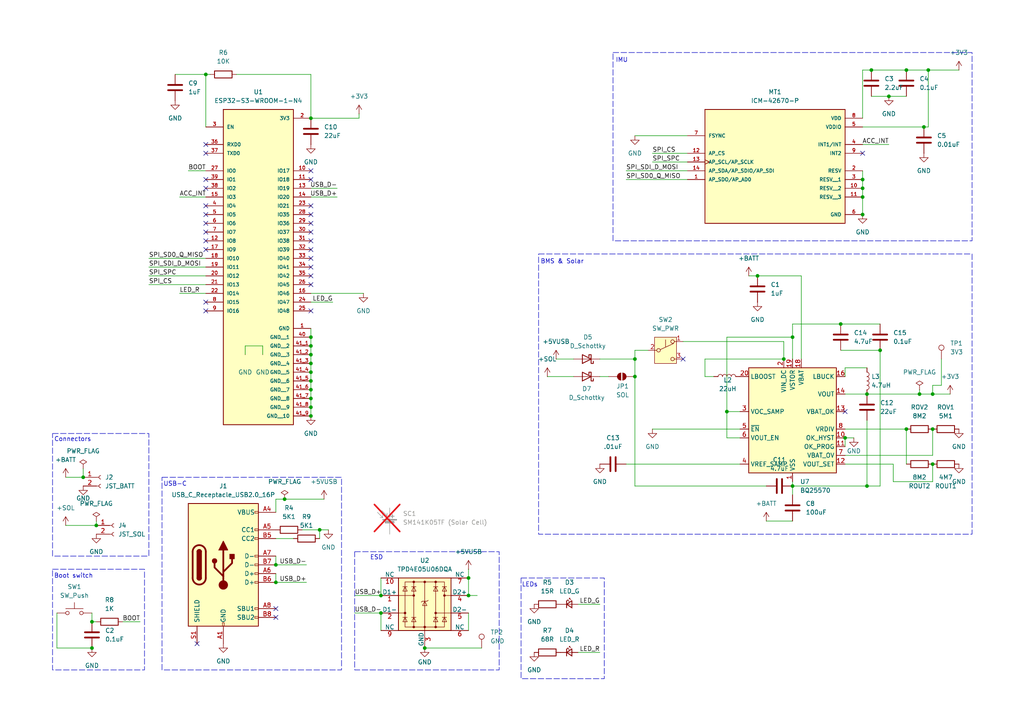
<source format=kicad_sch>
(kicad_sch (version 20231120) (generator "eeschema") (generator_version "8.0")
  (paper "A4")
  (lib_symbols
    (symbol "Battery_Management:BQ25570"
      (property "Reference" "U" (at -12.7 16.51 0))
      (property "Value" "BQ25570" (at 10.16 16.51 0))
      (symbol "BQ25570_1_1"
        (pin power_in line (at 0 -17.78 90) (length 2.54) (name "VSS") (number "1"))
        (pin input line (at 15.24 -5.08 180) (length 2.54) (name "OK_HYST") (number "10"))
        (pin input line (at 15.24 -7.62 180) (length 2.54) (name "OK_PROG") (number "11"))
        (pin input line (at 15.24 -12.7 180) (length 2.54) (name "VOUT_SET") (number "12"))
        (pin output line (at 15.24 2.54 180) (length 2.54) (name "VBAT_OK") (number "13"))
        (pin input line (at 15.24 7.62 180) (length 2.54) (name "VOUT") (number "14"))
        (pin passive line (at 0 -17.78 90) (length 2.54) hide (name "VSS") (number "15"))
        (pin passive line (at 15.24 12.7 180) (length 2.54) (name "LBUCK") (number "16"))
        (pin passive line (at 0 -17.78 90) (length 2.54) hide (name "VSS") (number "17"))
        (pin power_in line (at 2.54 17.78 270) (length 2.54) (name "VBAT") (number "18"))
        (pin power_out line (at 0 17.78 270) (length 2.54) (name "VSTOR") (number "19"))
        (pin power_in line (at -2.54 17.78 270) (length 2.54) (name "VIN_DC") (number "2"))
        (pin passive line (at -15.24 12.7 0) (length 2.54) (name "LBOOST") (number "20"))
        (pin passive line (at 0 -17.78 90) (length 2.54) hide (name "VSS") (number "21"))
        (pin input line (at -15.24 2.54 0) (length 2.54) (name "VOC_SAMP") (number "3"))
        (pin passive line (at -15.24 -12.7 0) (length 2.54) (name "VREF_SAMP") (number "4"))
        (pin input line (at -15.24 -2.54 0) (length 2.54) (name "~{EN}") (number "5"))
        (pin input line (at -15.24 -5.08 0) (length 2.54) (name "VOUT_EN") (number "6"))
        (pin input line (at 15.24 -10.16 180) (length 2.54) (name "VBAT_OV") (number "7"))
        (pin output line (at 15.24 -2.54 180) (length 2.54) (name "VRDIV") (number "8"))
        (pin passive line (at 0 -17.78 90) (length 2.54) hide (name "VSS") (number "9"))
      )
    )
    (symbol "Connector:Conn_01x02_Socket" (pin_names (offset 1.016) hide)
      (property "Reference" "J" (at 0 2.54 0))
      (property "Value" "Conn_01x02_Socket" (at 0 -5.08 0))
      (symbol "Conn_01x02_Socket_1_1"
        (pin passive line (at -5.08 0 0) (length 3.81) (name "Pin_1") (number "1"))
        (pin passive line (at -5.08 -2.54 0) (length 3.81) (name "Pin_2") (number "2"))
      )
    )
    (symbol "Connector:TestPoint" (pin_numbers hide) (pin_names (offset 0.762) hide)
      (property "Reference" "TP" (at 0 6.858 0))
      (property "Value" "TestPoint" (at 0 5.08 0))
      (symbol "TestPoint_1_1"
        (pin passive line (at 0 0 90) (length 2.54) (name "1") (number "1"))
      )
    )
    (symbol "Connector:USB_C_Receptacle_USB2.0_16P" (pin_names (offset 1.016))
      (property "Reference" "J" (at 0 22.225 0))
      (property "Value" "USB_C_Receptacle_USB2.0_16P" (at 0 19.685 0))
      (symbol "USB_C_Receptacle_USB2.0_16P_1_1"
        (pin passive line (at 0 -22.86 90) (length 5.08) (name "GND") (number "A1"))
        (pin passive line (at 0 -22.86 90) (length 5.08) hide (name "GND") (number "A12"))
        (pin passive line (at 15.24 15.24 180) (length 5.08) (name "VBUS") (number "A4"))
        (pin bidirectional line (at 15.24 10.16 180) (length 5.08) (name "CC1") (number "A5"))
        (pin bidirectional line (at 15.24 -2.54 180) (length 5.08) (name "D+") (number "A6"))
        (pin bidirectional line (at 15.24 2.54 180) (length 5.08) (name "D-") (number "A7"))
        (pin bidirectional line (at 15.24 -12.7 180) (length 5.08) (name "SBU1") (number "A8"))
        (pin passive line (at 15.24 15.24 180) (length 5.08) hide (name "VBUS") (number "A9"))
        (pin passive line (at 0 -22.86 90) (length 5.08) hide (name "GND") (number "B1"))
        (pin passive line (at 0 -22.86 90) (length 5.08) hide (name "GND") (number "B12"))
        (pin passive line (at 15.24 15.24 180) (length 5.08) hide (name "VBUS") (number "B4"))
        (pin bidirectional line (at 15.24 7.62 180) (length 5.08) (name "CC2") (number "B5"))
        (pin bidirectional line (at 15.24 -5.08 180) (length 5.08) (name "D+") (number "B6"))
        (pin bidirectional line (at 15.24 0 180) (length 5.08) (name "D-") (number "B7"))
        (pin bidirectional line (at 15.24 -15.24 180) (length 5.08) (name "SBU2") (number "B8"))
        (pin passive line (at 15.24 15.24 180) (length 5.08) hide (name "VBUS") (number "B9"))
        (pin passive line (at -7.62 -22.86 90) (length 5.08) (name "SHIELD") (number "S1"))
      )
    )
    (symbol "Device:C" (pin_numbers hide) (pin_names (offset 0.254))
      (property "Reference" "C" (at 0.635 2.54 0))
      (property "Value" "C" (at 0.635 -2.54 0))
      (symbol "C_1_1"
        (pin passive line (at 0 3.81 270) (length 2.794) (name "~") (number "1"))
        (pin passive line (at 0 -3.81 90) (length 2.794) (name "~") (number "2"))
      )
    )
    (symbol "Device:D_Schottky" (pin_numbers hide) (pin_names (offset 1.016) hide)
      (property "Reference" "D" (at 0 2.54 0))
      (property "Value" "D_Schottky" (at 0 -2.54 0))
      (symbol "D_Schottky_1_1"
        (pin passive line (at -3.81 0 0) (length 2.54) (name "K") (number "1"))
        (pin passive line (at 3.81 0 180) (length 2.54) (name "A") (number "2"))
      )
    )
    (symbol "Device:L" (pin_numbers hide) (pin_names (offset 1.016) hide)
      (property "Reference" "L" (at -1.27 0 90))
      (property "Value" "L" (at 1.905 0 90))
      (symbol "L_1_1"
        (pin passive line (at 0 3.81 270) (length 1.27) (name "1") (number "1"))
        (pin passive line (at 0 -3.81 90) (length 1.27) (name "2") (number "2"))
      )
    )
    (symbol "Device:LED_Small" (pin_numbers hide) (pin_names (offset 0.254) hide)
      (property "Reference" "D" (at -1.27 3.175 0))
      (property "Value" "LED_Small" (at -4.445 -2.54 0))
      (symbol "LED_Small_1_1"
        (pin passive line (at -2.54 0 0) (length 1.778) (name "K") (number "1"))
        (pin passive line (at 2.54 0 180) (length 1.778) (name "A") (number "2"))
      )
    )
    (symbol "Device:R" (pin_numbers hide) (pin_names (offset 0))
      (property "Reference" "R" (at 2.032 0 90))
      (property "Value" "R" (at 0 0 90))
      (symbol "R_1_1"
        (pin passive line (at 0 3.81 270) (length 1.27) (name "~") (number "1"))
        (pin passive line (at 0 -3.81 90) (length 1.27) (name "~") (number "2"))
      )
    )
    (symbol "Device:Solar_Cell" (pin_numbers hide) (pin_names (offset 0) hide)
      (property "Reference" "SC" (at 2.54 2.54 0))
      (property "Value" "Solar_Cell" (at 2.54 0 0))
      (symbol "Solar_Cell_1_1"
        (pin passive line (at 0 5.08 270) (length 2.54) (name "+") (number "1"))
        (pin passive line (at 0 -2.54 90) (length 2.54) (name "-") (number "2"))
      )
    )
    (symbol "ESP32-S3-WROOM-1-N4:ESP32-S3-WROOM-1-N4" (pin_names (offset 1.016))
      (property "Reference" "U" (at -10.16 34.1122 0))
      (property "Value" "ESP32-S3-WROOM-1-N4" (at -10.16 -60.96 0))
      (symbol "ESP32-S3-WROOM-1-N4_0_0"
        (pin power_in line (at 15.24 -30.48 180) (length 5.08) (name "GND") (number "1"))
        (pin bidirectional line (at 15.24 15.24 180) (length 5.08) (name "IO17") (number "10"))
        (pin bidirectional line (at 15.24 12.7 180) (length 5.08) (name "IO18") (number "11"))
        (pin bidirectional line (at -15.24 -5.08 0) (length 5.08) (name "IO8") (number "12"))
        (pin bidirectional line (at 15.24 10.16 180) (length 5.08) (name "IO19") (number "13"))
        (pin bidirectional line (at 15.24 7.62 180) (length 5.08) (name "IO20") (number "14"))
        (pin bidirectional line (at -15.24 7.62 0) (length 5.08) (name "IO3") (number "15"))
        (pin bidirectional line (at 15.24 -20.32 180) (length 5.08) (name "IO46") (number "16"))
        (pin bidirectional line (at -15.24 -7.62 0) (length 5.08) (name "IO9") (number "17"))
        (pin bidirectional line (at -15.24 -10.16 0) (length 5.08) (name "IO10") (number "18"))
        (pin bidirectional line (at -15.24 -12.7 0) (length 5.08) (name "IO11") (number "19"))
        (pin power_in line (at 15.24 30.48 180) (length 5.08) (name "3V3") (number "2"))
        (pin bidirectional line (at -15.24 -15.24 0) (length 5.08) (name "IO12") (number "20"))
        (pin bidirectional line (at -15.24 -17.78 0) (length 5.08) (name "IO13") (number "21"))
        (pin bidirectional line (at -15.24 -20.32 0) (length 5.08) (name "IO14") (number "22"))
        (pin bidirectional line (at 15.24 5.08 180) (length 5.08) (name "IO21") (number "23"))
        (pin bidirectional line (at 15.24 -22.86 180) (length 5.08) (name "IO47") (number "24"))
        (pin bidirectional line (at 15.24 -25.4 180) (length 5.08) (name "IO48") (number "25"))
        (pin bidirectional line (at 15.24 -17.78 180) (length 5.08) (name "IO45") (number "26"))
        (pin bidirectional line (at -15.24 15.24 0) (length 5.08) (name "IO0") (number "27"))
        (pin bidirectional line (at 15.24 2.54 180) (length 5.08) (name "IO35") (number "28"))
        (pin bidirectional line (at 15.24 0 180) (length 5.08) (name "IO36") (number "29"))
        (pin input line (at -15.24 27.94 0) (length 5.08) (name "EN") (number "3"))
        (pin bidirectional line (at 15.24 -2.54 180) (length 5.08) (name "IO37") (number "30"))
        (pin bidirectional line (at 15.24 -5.08 180) (length 5.08) (name "IO38") (number "31"))
        (pin bidirectional line (at 15.24 -7.62 180) (length 5.08) (name "IO39") (number "32"))
        (pin bidirectional line (at 15.24 -10.16 180) (length 5.08) (name "IO40") (number "33"))
        (pin bidirectional line (at 15.24 -12.7 180) (length 5.08) (name "IO41") (number "34"))
        (pin bidirectional line (at 15.24 -15.24 180) (length 5.08) (name "IO42") (number "35"))
        (pin bidirectional line (at -15.24 22.86 0) (length 5.08) (name "RXD0") (number "36"))
        (pin bidirectional line (at -15.24 20.32 0) (length 5.08) (name "TXD0") (number "37"))
        (pin bidirectional line (at -15.24 10.16 0) (length 5.08) (name "IO2") (number "38"))
        (pin bidirectional line (at -15.24 12.7 0) (length 5.08) (name "IO1") (number "39"))
        (pin bidirectional line (at -15.24 5.08 0) (length 5.08) (name "IO4") (number "4"))
        (pin power_in line (at 15.24 -33.02 180) (length 5.08) (name "GND__1") (number "40"))
        (pin power_in line (at 15.24 -35.56 180) (length 5.08) (name "GND__2") (number "41_1"))
        (pin power_in line (at 15.24 -38.1 180) (length 5.08) (name "GND__3") (number "41_2"))
        (pin power_in line (at 15.24 -40.64 180) (length 5.08) (name "GND__4") (number "41_3"))
        (pin power_in line (at 15.24 -43.18 180) (length 5.08) (name "GND__5") (number "41_4"))
        (pin power_in line (at 15.24 -45.72 180) (length 5.08) (name "GND__6") (number "41_5"))
        (pin power_in line (at 15.24 -48.26 180) (length 5.08) (name "GND__7") (number "41_6"))
        (pin power_in line (at 15.24 -50.8 180) (length 5.08) (name "GND__8") (number "41_7"))
        (pin power_in line (at 15.24 -53.34 180) (length 5.08) (name "GND__9") (number "41_8"))
        (pin power_in line (at 15.24 -55.88 180) (length 5.08) (name "GND__10") (number "41_9"))
        (pin bidirectional line (at -15.24 2.54 0) (length 5.08) (name "IO5") (number "5"))
        (pin bidirectional line (at -15.24 0 0) (length 5.08) (name "IO6") (number "6"))
        (pin bidirectional line (at -15.24 -2.54 0) (length 5.08) (name "IO7") (number "7"))
        (pin bidirectional line (at -15.24 -22.86 0) (length 5.08) (name "IO15") (number "8"))
        (pin bidirectional line (at -15.24 -25.4 0) (length 5.08) (name "IO16") (number "9"))
      )
    )
    (symbol "ICM_42670_P:ICM-42670-P" (pin_names (offset 1.016))
      (property "Reference" "MT" (at -20.32 13.97 0))
      (property "Value" "ICM-42670-P" (at -20.32 -22.86 0))
      (symbol "ICM-42670-P_0_0"
        (pin bidirectional line (at -25.4 -7.62 0) (length 5.08) (name "AP_SDO/AP_AD0") (number "1"))
        (pin passive line (at 25.4 -10.16 180) (length 5.08) (name "RESV__2") (number "10"))
        (pin passive line (at 25.4 -12.7 180) (length 5.08) (name "RESV__3") (number "11"))
        (pin input line (at -25.4 0 0) (length 5.08) (name "AP_CS") (number "12"))
        (pin input clock (at -25.4 -2.54 0) (length 5.08) (name "AP_SCL/AP_SCLK") (number "13"))
        (pin bidirectional line (at -25.4 -5.08 0) (length 5.08) (name "AP_SDA/AP_SDIO/AP_SDI") (number "14"))
        (pin passive line (at 25.4 -5.08 180) (length 5.08) (name "RESV") (number "2"))
        (pin passive line (at 25.4 -7.62 180) (length 5.08) (name "RESV__1") (number "3"))
        (pin output line (at 25.4 2.54 180) (length 5.08) (name "INT1/INT") (number "4"))
        (pin power_in line (at 25.4 7.62 180) (length 5.08) (name "VDDIO") (number "5"))
        (pin power_in line (at 25.4 -17.78 180) (length 5.08) (name "GND") (number "6"))
        (pin input line (at -25.4 5.08 0) (length 5.08) (name "FSYNC") (number "7"))
        (pin power_in line (at 25.4 10.16 180) (length 5.08) (name "VDD") (number "8"))
        (pin output line (at 25.4 0 180) (length 5.08) (name "INT2") (number "9"))
      )
    )
    (symbol "Jumper:SolderJumper_2_Open" (pin_numbers hide) (pin_names (offset 0) hide) (exclude_from_sim yes) (in_bom no)
      (property "Reference" "JP" (at 0 2.032 0))
      (property "Value" "SolderJumper_2_Open" (at 0 -2.54 0))
      (symbol "SolderJumper_2_Open_1_1"
        (pin passive line (at -3.81 0 0) (length 2.54) (name "A") (number "1"))
        (pin passive line (at 3.81 0 180) (length 2.54) (name "B") (number "2"))
      )
    )
    (symbol "Power_Protection:TPD4E05U06DQA" (pin_names (offset 0))
      (property "Reference" "U" (at -0.635 8.89 0))
      (property "Value" "TPD4E05U06DQA" (at 1.905 -10.16 0))
      (symbol "TPD4E05U06DQA_1_1"
        (pin passive line (at -12.7 2.54 0) (length 5.08) (name "D1+") (number "1"))
        (pin free line (at -12.7 7.62 0) (length 5.08) (name "NC") (number "10"))
        (pin passive line (at -12.7 -2.54 0) (length 5.08) (name "D1-") (number "2"))
        (pin power_in line (at 0 -12.7 90) (length 5.08) (name "GND") (number "3"))
        (pin passive line (at 12.7 2.54 180) (length 5.08) (name "D2+") (number "4"))
        (pin passive line (at 12.7 -2.54 180) (length 5.08) (name "D2-") (number "5"))
        (pin free line (at 12.7 -7.62 180) (length 5.08) (name "NC") (number "6"))
        (pin free line (at 12.7 7.62 180) (length 5.08) (name "NC") (number "7"))
        (pin passive line (at 0 -12.7 90) (length 5.08) hide (name "GND") (number "8"))
        (pin free line (at -12.7 -7.62 0) (length 5.08) (name "NC") (number "9"))
      )
    )
    (symbol "Switch:SW_Push" (pin_numbers hide) (pin_names (offset 1.016) hide)
      (property "Reference" "SW" (at 1.27 2.54 0))
      (property "Value" "SW_Push" (at 0 -1.524 0))
      (symbol "SW_Push_0_1"
        (pin passive line (at -5.08 0 0) (length 2.54) (name "1") (number "1"))
        (pin passive line (at 5.08 0 180) (length 2.54) (name "2") (number "2"))
      )
    )
    (symbol "Switch:SW_Push_SPDT" (pin_names (offset 0) hide)
      (property "Reference" "SW" (at 0 5.08 0))
      (property "Value" "SW_Push_SPDT" (at 0 -5.08 0))
      (symbol "SW_Push_SPDT_1_1"
        (pin passive line (at 5.08 2.54 180) (length 2.54) (name "A") (number "1"))
        (pin passive line (at -5.08 0 0) (length 2.54) (name "B") (number "2"))
        (pin passive line (at 5.08 -2.54 180) (length 2.54) (name "C") (number "3"))
      )
    )
    (symbol "power:+3V3" (power) (pin_numbers hide) (pin_names (offset 0) hide)
      (property "Value" "+3V3" (at 0 3.556 0))
      (symbol "+3V3_1_1"
        (pin power_in line (at 0 0 90) (length 0) (name "~") (number "1"))
      )
    )
    (symbol "power:+5V" (power) (pin_numbers hide) (pin_names (offset 0) hide)
      (property "Value" "+5V" (at 0 3.556 0))
      (symbol "+5V_1_1"
        (pin power_in line (at 0 0 90) (length 0) (name "~") (number "1"))
      )
    )
    (symbol "power:+BATT" (power) (pin_numbers hide) (pin_names (offset 0) hide)
      (property "Value" "+BATT" (at 0 3.556 0))
      (symbol "+BATT_1_1"
        (pin power_in line (at 0 0 90) (length 0) (name "~") (number "1"))
      )
    )
    (symbol "power:GND" (power) (pin_numbers hide) (pin_names (offset 0) hide)
      (property "Value" "GND" (at 0 -3.81 0))
      (symbol "GND_1_1"
        (pin power_in line (at 0 0 270) (length 0) (name "~") (number "1"))
      )
    )
    (symbol "power:PWR_FLAG" (power) (pin_numbers hide) (pin_names (offset 0) hide)
      (property "Value" "PWR_FLAG" (at 0 3.81 0))
      (symbol "PWR_FLAG_0_0"
        (pin power_out line (at 0 0 90) (length 0) (name "~") (number "1"))
      )
    )
  )
  (junction (at 27.94 152.4))
  (junction (at 90.17 115.57))
  (junction (at 92.71 153.67))
  (junction (at 24.13 138.43))
  (junction (at 262.89 124.46))
  (junction (at 250.19 57.15))
  (junction (at 250.19 52.07))
  (junction (at 255.27 101.6))
  (junction (at 266.7 114.3))
  (junction (at 90.17 102.87))
  (junction (at 251.46 140.97))
  (junction (at 229.87 140.97))
  (junction (at 250.19 62.23))
  (junction (at 184.15 104.14))
  (junction (at 90.17 97.79))
  (junction (at 110.49 177.8))
  (junction (at 184.15 109.22))
  (junction (at 26.67 187.96))
  (junction (at 262.89 20.32))
  (junction (at 59.69 21.59))
  (junction (at 90.17 107.95))
  (junction (at 251.46 114.3))
  (junction (at 90.17 34.29))
  (junction (at 245.11 127))
  (junction (at 135.89 172.72))
  (junction (at 269.24 20.32))
  (junction (at 252.73 20.32))
  (junction (at 250.19 54.61))
  (junction (at 135.89 167.64))
  (junction (at 80.01 168.91))
  (junction (at 26.67 180.34))
  (junction (at 227.33 104.14))
  (junction (at 243.84 93.98))
  (junction (at 267.97 36.83))
  (junction (at 90.17 113.03))
  (junction (at 110.49 172.72))
  (junction (at 90.17 100.33))
  (junction (at 229.87 97.79))
  (junction (at 270.51 114.3))
  (junction (at 90.17 110.49))
  (junction (at 90.17 105.41))
  (junction (at 82.55 144.78))
  (junction (at 80.01 163.83))
  (junction (at 219.71 80.01))
  (junction (at 270.51 134.62))
  (junction (at 257.81 27.94))
  (junction (at 90.17 120.65))
  (junction (at 123.19 187.96))
  (junction (at 270.51 124.46))
  (junction (at 90.17 118.11))
  (junction (at 210.82 119.38))
  (no_connect (at 90.17 49.53))
  (no_connect (at 245.11 119.38))
  (no_connect (at 90.17 77.47))
  (no_connect (at 90.17 64.77))
  (no_connect (at 90.17 69.85))
  (no_connect (at 59.69 64.77))
  (no_connect (at 59.69 44.45))
  (no_connect (at 59.69 52.07))
  (no_connect (at 59.69 59.69))
  (no_connect (at 90.17 72.39))
  (no_connect (at 59.69 87.63))
  (no_connect (at 90.17 62.23))
  (no_connect (at 59.69 72.39))
  (no_connect (at 57.15 186.69))
  (no_connect (at 90.17 74.93))
  (no_connect (at 198.12 104.14))
  (no_connect (at 59.69 67.31))
  (no_connect (at 59.69 62.23))
  (no_connect (at 90.17 52.07))
  (no_connect (at 90.17 90.17))
  (no_connect (at 59.69 54.61))
  (no_connect (at 59.69 90.17))
  (no_connect (at 80.01 176.53))
  (no_connect (at 90.17 80.01))
  (no_connect (at 59.69 69.85))
  (no_connect (at 250.19 44.45))
  (no_connect (at 90.17 67.31))
  (no_connect (at 80.01 179.07))
  (no_connect (at 90.17 82.55))
  (no_connect (at 90.17 59.69))
  (no_connect (at 59.69 41.91))
  (wire (pts (xy 204.47 109.22) (xy 204.47 104.14)))
  (wire (pts (xy 43.18 77.47) (xy 59.69 77.47)))
  (wire (pts (xy 52.07 85.09) (xy 59.69 85.09)))
  (wire (pts (xy 161.29 104.14) (xy 166.37 104.14)))
  (wire (pts (xy 245.11 109.22) (xy 245.11 106.68)))
  (wire (pts (xy 273.05 104.14) (xy 273.05 111.76)))
  (wire (pts (xy 135.89 172.72) (xy 138.43 172.72)))
  (wire (pts (xy 181.61 49.53) (xy 199.39 49.53)))
  (wire (pts (xy 82.55 144.78) (xy 80.01 144.78)))
  (wire (pts (xy 173.99 104.14) (xy 184.15 104.14)))
  (wire (pts (xy 184.15 104.14) (xy 184.15 109.22)))
  (wire (pts (xy 222.25 140.97) (xy 184.15 140.97)))
  (wire (pts (xy 255.27 101.6) (xy 255.27 140.97)))
  (wire (pts (xy 184.15 101.6) (xy 184.15 104.14)))
  (wire (pts (xy 245.11 106.68) (xy 251.46 106.68)))
  (wire (pts (xy 76.2 102.87) (xy 76.2 100.33)))
  (wire (pts (xy 90.17 87.63) (xy 96.52 87.63)))
  (wire (pts (xy 245.11 124.46) (xy 262.89 124.46)))
  (wire (pts (xy 250.19 57.15) (xy 250.19 62.23)))
  (wire (pts (xy 102.87 172.72) (xy 110.49 172.72)))
  (wire (pts (xy 243.84 93.98) (xy 229.87 93.98)))
  (wire (pts (xy 90.17 85.09) (xy 105.41 85.09)))
  (wire (pts (xy 198.12 99.06) (xy 227.33 99.06)))
  (wire (pts (xy 262.89 20.32) (xy 269.24 20.32)))
  (wire (pts (xy 26.67 177.8) (xy 26.67 180.34)))
  (wire (pts (xy 243.84 101.6) (xy 255.27 101.6)))
  (wire (pts (xy 123.19 187.96) (xy 139.7 187.96)))
  (wire (pts (xy 250.19 52.07) (xy 250.19 54.61)))
  (wire (pts (xy 54.61 49.53) (xy 59.69 49.53)))
  (wire (pts (xy 90.17 113.03) (xy 90.17 115.57)))
  (wire (pts (xy 135.89 167.64) (xy 135.89 172.72)))
  (wire (pts (xy 173.99 109.22) (xy 176.53 109.22)))
  (wire (pts (xy 255.27 140.97) (xy 251.46 140.97)))
  (wire (pts (xy 80.01 168.91) (xy 88.9 168.91)))
  (wire (pts (xy 184.15 101.6) (xy 187.96 101.6)))
  (wire (pts (xy 135.89 177.8) (xy 135.89 182.88)))
  (wire (pts (xy 26.67 180.34) (xy 27.94 180.34)))
  (wire (pts (xy 90.17 34.29) (xy 104.14 34.29)))
  (wire (pts (xy 24.13 135.89) (xy 24.13 138.43)))
  (wire (pts (xy 251.46 140.97) (xy 229.87 140.97)))
  (wire (pts (xy 259.08 139.7) (xy 270.51 139.7)))
  (wire (pts (xy 251.46 114.3) (xy 266.7 114.3)))
  (wire (pts (xy 16.51 177.8) (xy 16.51 187.96)))
  (wire (pts (xy 189.23 46.99) (xy 199.39 46.99)))
  (wire (pts (xy 92.71 153.67) (xy 95.25 153.67)))
  (wire (pts (xy 245.11 127) (xy 245.11 129.54)))
  (wire (pts (xy 232.41 80.01) (xy 232.41 104.14)))
  (wire (pts (xy 104.14 34.29) (xy 104.14 33.02)))
  (wire (pts (xy 16.51 187.96) (xy 26.67 187.96)))
  (wire (pts (xy 97.79 57.15) (xy 90.17 57.15)))
  (wire (pts (xy 222.25 151.13) (xy 229.87 151.13)))
  (wire (pts (xy 181.61 52.07) (xy 199.39 52.07)))
  (wire (pts (xy 266.7 114.3) (xy 270.51 114.3)))
  (wire (pts (xy 250.19 20.32) (xy 250.19 34.29)))
  (wire (pts (xy 270.51 124.46) (xy 270.51 132.08)))
  (wire (pts (xy 229.87 97.79) (xy 229.87 104.14)))
  (wire (pts (xy 250.19 49.53) (xy 250.19 52.07)))
  (wire (pts (xy 210.82 127) (xy 210.82 119.38)))
  (wire (pts (xy 90.17 118.11) (xy 90.17 120.65)))
  (wire (pts (xy 217.17 80.01) (xy 219.71 80.01)))
  (wire (pts (xy 181.61 134.62) (xy 214.63 134.62)))
  (wire (pts (xy 189.23 44.45) (xy 199.39 44.45)))
  (wire (pts (xy 204.47 109.22) (xy 207.01 109.22)))
  (wire (pts (xy 135.89 165.1) (xy 135.89 167.64)))
  (wire (pts (xy 43.18 82.55) (xy 59.69 82.55)))
  (wire (pts (xy 71.12 102.87) (xy 71.12 100.33)))
  (wire (pts (xy 270.51 111.76) (xy 270.51 114.3)))
  (wire (pts (xy 68.58 21.59) (xy 90.17 21.59)))
  (wire (pts (xy 173.99 189.23) (xy 167.64 189.23)))
  (wire (pts (xy 90.17 115.57) (xy 90.17 118.11)))
  (wire (pts (xy 252.73 27.94) (xy 257.81 27.94)))
  (wire (pts (xy 269.24 20.32) (xy 269.24 36.83)))
  (wire (pts (xy 252.73 20.32) (xy 262.89 20.32)))
  (wire (pts (xy 250.19 36.83) (xy 267.97 36.83)))
  (wire (pts (xy 43.18 74.93) (xy 59.69 74.93)))
  (wire (pts (xy 43.18 80.01) (xy 59.69 80.01)))
  (wire (pts (xy 52.07 57.15) (xy 59.69 57.15)))
  (wire (pts (xy 90.17 110.49) (xy 90.17 113.03)))
  (wire (pts (xy 59.69 21.59) (xy 59.69 36.83)))
  (wire (pts (xy 227.33 99.06) (xy 227.33 104.14)))
  (wire (pts (xy 92.71 153.67) (xy 92.71 156.21)))
  (wire (pts (xy 270.51 139.7) (xy 270.51 134.62)))
  (wire (pts (xy 219.71 80.01) (xy 232.41 80.01)))
  (wire (pts (xy 273.05 111.76) (xy 270.51 111.76)))
  (wire (pts (xy 269.24 36.83) (xy 267.97 36.83)))
  (wire (pts (xy 262.89 134.62) (xy 262.89 124.46)))
  (wire (pts (xy 27.94 151.13) (xy 27.94 152.4)))
  (wire (pts (xy 173.99 175.26) (xy 167.64 175.26)))
  (wire (pts (xy 90.17 21.59) (xy 90.17 34.29)))
  (wire (pts (xy 85.09 156.21) (xy 80.01 156.21)))
  (wire (pts (xy 257.81 27.94) (xy 262.89 27.94)))
  (wire (pts (xy 210.82 119.38) (xy 210.82 97.79)))
  (wire (pts (xy 250.19 41.91) (xy 257.81 41.91)))
  (wire (pts (xy 184.15 39.37) (xy 199.39 39.37)))
  (wire (pts (xy 90.17 105.41) (xy 90.17 107.95)))
  (wire (pts (xy 204.47 104.14) (xy 227.33 104.14)))
  (wire (pts (xy 245.11 132.08) (xy 270.51 132.08)))
  (wire (pts (xy 90.17 107.95) (xy 90.17 110.49)))
  (wire (pts (xy 80.01 163.83) (xy 88.9 163.83)))
  (wire (pts (xy 184.15 109.22) (xy 184.15 140.97)))
  (wire (pts (xy 255.27 93.98) (xy 243.84 93.98)))
  (wire (pts (xy 245.11 114.3) (xy 251.46 114.3)))
  (wire (pts (xy 80.01 144.78) (xy 80.01 148.59)))
  (wire (pts (xy 90.17 95.25) (xy 90.17 97.79)))
  (wire (pts (xy 266.7 113.03) (xy 266.7 114.3)))
  (wire (pts (xy 189.23 124.46) (xy 214.63 124.46)))
  (wire (pts (xy 19.05 152.4) (xy 27.94 152.4)))
  (wire (pts (xy 158.75 109.22) (xy 166.37 109.22)))
  (wire (pts (xy 80.01 163.83) (xy 80.01 161.29)))
  (wire (pts (xy 251.46 121.92) (xy 251.46 140.97)))
  (wire (pts (xy 250.19 54.61) (xy 250.19 57.15)))
  (wire (pts (xy 259.08 134.62) (xy 259.08 139.7)))
  (wire (pts (xy 214.63 127) (xy 210.82 127)))
  (wire (pts (xy 19.05 138.43) (xy 24.13 138.43)))
  (wire (pts (xy 229.87 140.97) (xy 229.87 143.51)))
  (wire (pts (xy 229.87 139.7) (xy 229.87 140.97)))
  (wire (pts (xy 97.79 54.61) (xy 90.17 54.61)))
  (wire (pts (xy 93.98 144.78) (xy 82.55 144.78)))
  (wire (pts (xy 210.82 119.38) (xy 214.63 119.38)))
  (wire (pts (xy 90.17 102.87) (xy 90.17 105.41)))
  (wire (pts (xy 80.01 168.91) (xy 80.01 166.37)))
  (wire (pts (xy 229.87 93.98) (xy 229.87 97.79)))
  (wire (pts (xy 270.51 114.3) (xy 275.59 114.3)))
  (wire (pts (xy 90.17 100.33) (xy 90.17 102.87)))
  (wire (pts (xy 60.96 21.59) (xy 59.69 21.59)))
  (wire (pts (xy 210.82 97.79) (xy 229.87 97.79)))
  (wire (pts (xy 90.17 97.79) (xy 90.17 100.33)))
  (wire (pts (xy 250.19 20.32) (xy 252.73 20.32)))
  (wire (pts (xy 247.65 127) (xy 245.11 127)))
  (wire (pts (xy 71.12 100.33) (xy 76.2 100.33)))
  (wire (pts (xy 110.49 177.8) (xy 110.49 182.88)))
  (wire (pts (xy 50.8 21.59) (xy 59.69 21.59)))
  (wire (pts (xy 92.71 153.67) (xy 87.63 153.67)))
  (wire (pts (xy 278.13 20.32) (xy 269.24 20.32)))
  (wire (pts (xy 245.11 134.62) (xy 259.08 134.62)))
  (wire (pts (xy 40.64 180.34) (xy 35.56 180.34)))
  (wire (pts (xy 110.49 167.64) (xy 110.49 172.72)))
  (wire (pts (xy 102.87 177.8) (xy 110.49 177.8)))
  (rectangle (start 151.13 167.64) (end 175.26 196.85) (stroke (width 0) (type dash)))
  (rectangle (start 15.24 125.73) (end 43.18 161.29) (stroke (width 0) (type dash)))
  (rectangle (start 177.8 15.24) (end 281.94 69.85) (stroke (width 0) (type dash)))
  (rectangle (start 15.24 165.1) (end 41.91 194.31) (stroke (width 0) (type dash)))
  (rectangle (start 102.87 160.02) (end 144.78 194.31) (stroke (width 0) (type dash)))
  (rectangle (start 156.21 73.66) (end 281.94 154.94) (stroke (width 0) (type dash)))
  (rectangle (start 46.99 138.43) (end 99.06 194.31) (stroke (width 0) (type dash)))
  (text "LEDs" (at 153.67 169.672 0) (effects (font (size 1.27 1.27))))
  (text "BMS & Solar" (at 163.068 75.946 0) (effects (font (size 1.27 1.27))))
  (text "Boot switch" (at 21.336 167.132 0) (effects (font (size 1.27 1.27))))
  (text "ESD" (at 109.22 161.798 0) (effects (font (size 1.27 1.27))))
  (text "Connectors" (at 21.082 127.508 0) (effects (font (size 1.27 1.27))))
  (text "IMU" (at 180.34 17.526 0) (effects (font (size 1.27 1.27))))
  (text "USB-C" (at 50.8 140.462 0) (effects (font (size 1.27 1.27))))
  (label "BOOT" (at 54.61 49.53 0))
  (label "LED_R" (at 173.99 189.23 180))
  (label "SPI_SPC" (at 189.23 46.99 0))
  (label "USB_D+" (at 97.79 57.15 180))
  (label "USB_D+" (at 88.9 168.91 180))
  (label "SPI_SDI_D_MOSI" (at 43.18 77.47 0))
  (label "ACC_INT" (at 52.07 57.15 0))
  (label "SPI_SPC" (at 43.18 80.01 0))
  (label "LED_R" (at 52.07 85.09 0))
  (label "SPI_CS" (at 189.23 44.45 0))
  (label "LED_G" (at 96.52 87.63 180))
  (label "BOOT" (at 40.64 180.34 180))
  (label "SPI_CS" (at 43.18 82.55 0))
  (label "USB_D-" (at 102.87 177.8 0))
  (label "SPI_SD0_Q_MISO" (at 181.61 52.07 0))
  (label "LED_G" (at 173.99 175.26 180))
  (label "USB_D-" (at 88.9 163.83 180))
  (label "SPI_SDI_D_MOSI" (at 181.61 49.53 0))
  (label "USB_D+" (at 102.87 172.72 0))
  (label "USB_D-" (at 97.79 54.61 180))
  (label "ACC_INT" (at 257.81 41.91 180))
  (label "SPI_SD0_Q_MISO" (at 43.18 74.93 0))
  (symbol (lib_id "Device:C") (at 90.17 38.1 0) (unit 1)
    (property "Reference" "C10" (at 93.98 36.8299 0) (effects (justify left)))
    (property "Value" "22uF" (at 93.98 39.3699 0) (effects (justify left)))
    (property "Footprint" "Capacitor_SMD:C_1206_3216Metric" (effects (hide yes)))
    (property "Description" "Unpolarized capacitor" (effects (hide yes)))
  )
  (symbol (lib_id "Battery_Management:BQ25570") (at 229.87 121.92 0) (unit 1)
    (property "Reference" "U7" (at 232.0641 139.7 0) (effects (justify left)))
    (property "Value" "BQ25570" (at 232.0641 142.24 0) (effects (justify left)))
    (property "Footprint" "Package_DFN_QFN:QFN-20-1EP_3.5x3.5mm_P0.5mm_EP2x2mm" (effects (hide yes)))
    (property "Datasheet" "http://www.ti.com/lit/ds/symlink/bq25570.pdf" (effects (hide yes)))
    (property "Description" "Nano Power Boost Charger and Buck Converter for Energy Harvester Powered Applications, QFN-20" (effects (hide yes)))
  )
  (symbol (lib_id "power:GND") (at 95.25 153.67 0) (unit 1)
    (property "Reference" "#PWR016" (effects (hide yes)))
    (property "Value" "GND" (at 95.25 158.75 0))
    (property "Description" "Power symbol creates a global label with name \"GND\" , ground" (effects (hide yes)))
  )
  (symbol (lib_id "Switch:SW_Push_SPDT") (at 193.04 101.6 0) (unit 1)
    (property "Reference" "SW2" (at 193.04 92.71 0))
    (property "Value" "SW_PWR" (at 193.04 95.25 0))
    (property "Footprint" "switch:switch-MSK-12C02-smd" (effects (hide yes)))
    (property "Description" "Momentary Switch, single pole double throw" (effects (hide yes)))
  )
  (symbol (lib_id "power:PWR_FLAG") (at 24.13 135.89 0) (unit 1)
    (property "Reference" "#FLG01" (effects (hide yes)))
    (property "Value" "PWR_FLAG" (at 24.13 130.81 0))
    (property "Description" "Special symbol for telling ERC where power comes from" (effects (hide yes)))
  )
  (symbol (lib_id "Device:Solar_Cell") (at 113.03 152.4 0) (unit 1) (exclude_from_sim yes) (on_board no) (dnp yes)
    (property "Reference" "SC1" (at 116.84 148.9709 0) (effects (justify left)))
    (property "Value" "SM141K05TF (Solar Cell)" (at 116.84 151.5109 0) (effects (justify left)))
    (property "Description" "Single solar cell" (effects (hide yes)))
  )
  (symbol (lib_id "Switch:SW_Push") (at 21.59 177.8 0) (unit 1)
    (property "Reference" "SW1" (at 21.59 170.18 0))
    (property "Value" "SW_Push" (at 21.59 172.72 0))
    (property "Footprint" "Button_Switch_SMD:SW_Push_SPST_NO_Alps_SKRK" (effects (hide yes)))
    (property "Description" "Push button switch, generic, two pins" (effects (hide yes)))
  )
  (symbol (lib_id "power:+BATT") (at 217.17 80.01 0) (unit 1)
    (property "Reference" "#PWR028" (effects (hide yes)))
    (property "Value" "+BATT" (at 217.17 74.93 0))
    (property "Description" "Power symbol creates a global label with name \"+BATT\"" (effects (hide yes)))
  )
  (symbol (lib_id "power:GND") (at 184.15 39.37 0) (unit 1)
    (property "Reference" "#PWR012" (effects (hide yes)))
    (property "Value" "GND" (at 184.15 44.45 0))
    (property "Description" "Power symbol creates a global label with name \"GND\" , ground" (effects (hide yes)))
  )
  (symbol (lib_id "Power_Protection:TPD4E05U06DQA") (at 123.19 175.26 0) (unit 1)
    (property "Reference" "U2" (at 123.19 162.56 0))
    (property "Value" "TPD4E05U06DQA" (at 123.19 165.1 0))
    (property "Footprint" "Package_SON:USON-10_2.5x1.0mm_P0.5mm" (effects (hide yes)))
    (property "Datasheet" "https://www.ti.com/lit/ds/symlink/tpd4e05u06.pdf" (effects (hide yes)))
    (property "Description" "4-Channel ESD Protection for Super-Speed USB 3.0 Interface, USON-10" (effects (hide yes)))
  )
  (symbol (lib_id "power:GND") (at 105.41 85.09 0) (unit 1)
    (property "Reference" "#PWR020" (effects (hide yes)))
    (property "Value" "GND" (at 105.41 90.17 0))
    (property "Description" "Power symbol creates a global label with name \"GND\" , ground" (effects (hide yes)))
  )
  (symbol (lib_id "Device:C") (at 26.67 184.15 0) (unit 1)
    (property "Reference" "C2" (at 30.48 182.8799 0) (effects (justify left)))
    (property "Value" "0.1uF" (at 30.48 185.4199 0) (effects (justify left)))
    (property "Footprint" "Capacitor_SMD:C_1206_3216Metric" (effects (hide yes)))
    (property "Description" "Unpolarized capacitor" (effects (hide yes)))
  )
  (symbol (lib_id "power:GND") (at 247.65 127 0) (unit 1)
    (property "Reference" "#PWR024" (effects (hide yes)))
    (property "Value" "GND" (at 247.65 130.81 0))
    (property "Description" "Power symbol creates a global label with name \"GND\" , ground" (effects (hide yes)))
  )
  (symbol (lib_id "power:GND") (at 123.19 187.96 0) (unit 1)
    (property "Reference" "#PWR01" (effects (hide yes)))
    (property "Value" "GND" (at 123.19 192.024 0))
    (property "Description" "Power symbol creates a global label with name \"GND\" , ground" (effects (hide yes)))
  )
  (symbol (lib_id "power:GND") (at 278.13 124.46 0) (unit 1)
    (property "Reference" "#PWR025" (effects (hide yes)))
    (property "Value" "GND" (at 278.13 129.54 0))
    (property "Description" "Power symbol creates a global label with name \"GND\" , ground" (effects (hide yes)))
  )
  (symbol (lib_id "Device:C") (at 50.8 25.4 0) (unit 1)
    (property "Reference" "C9" (at 54.61 24.1299 0) (effects (justify left)))
    (property "Value" "1uF" (at 54.61 26.6699 0) (effects (justify left)))
    (property "Footprint" "Capacitor_SMD:C_1206_3216Metric" (effects (hide yes)))
    (property "Description" "Unpolarized capacitor" (effects (hide yes)))
  )
  (symbol (lib_id "power:+3V3") (at 278.13 20.32 0) (unit 1)
    (property "Reference" "#PWR014" (effects (hide yes)))
    (property "Value" "+3V3" (at 278.13 15.24 0))
    (property "Description" "Power symbol creates a global label with name \"+3V3\"" (effects (hide yes)))
  )
  (symbol (lib_id "Device:LED_Small") (at 165.1 189.23 0) (unit 1)
    (property "Reference" "D4" (at 165.1635 182.88 0))
    (property "Value" "LED_R" (at 165.1635 185.42 0))
    (property "Footprint" "Diode_SMD:D_1206_3216Metric" (effects (hide yes)))
    (property "Description" "Light emitting diode, small symbol" (effects (hide yes)))
  )
  (symbol (lib_id "Device:R") (at 64.77 21.59 90) (unit 1)
    (property "Reference" "R6" (at 64.77 15.24 90))
    (property "Value" "10K" (at 64.77 17.78 90))
    (property "Footprint" "Resistor_SMD:R_1206_3216Metric" (effects (hide yes)))
    (property "Description" "Resistor" (effects (hide yes)))
  )
  (symbol (lib_id "Connector:TestPoint") (at 273.05 104.14 0) (unit 1)
    (property "Reference" "TP1" (at 275.59 99.5679 0) (effects (justify left)))
    (property "Value" "3V3" (at 275.59 102.1079 0) (effects (justify left)))
    (property "Footprint" "TestPoint:TestPoint_Pad_D2.0mm" (effects (hide yes)))
    (property "Description" "test point" (effects (hide yes)))
  )
  (symbol (lib_id "Device:R") (at 31.75 180.34 90) (unit 1)
    (property "Reference" "R8" (at 31.75 173.99 90))
    (property "Value" "1K" (at 31.75 176.53 90))
    (property "Footprint" "Resistor_SMD:R_1206_3216Metric" (effects (hide yes)))
    (property "Description" "Resistor" (effects (hide yes)))
  )
  (symbol (lib_id "power:GND") (at 76.2 102.87 0) (unit 1)
    (property "Reference" "#PWR05" (effects (hide yes)))
    (property "Value" "GND" (at 76.2 107.95 0))
    (property "Description" "Power symbol creates a global label with name \"GND\" , ground" (effects (hide yes)))
  )
  (symbol (lib_id "power:PWR_FLAG") (at 82.55 144.78 0) (unit 1)
    (property "Reference" "#FLG03" (effects (hide yes)))
    (property "Value" "PWR_FLAG" (at 82.55 139.7 0))
    (property "Description" "Special symbol for telling ERC where power comes from" (effects (hide yes)))
  )
  (symbol (lib_id "Device:R") (at 88.9 156.21 90) (unit 1)
    (property "Reference" "R9" (at 88.9 149.86 90))
    (property "Value" "5K1" (at 88.9 152.4 90))
    (property "Footprint" "Resistor_SMD:R_1206_3216Metric" (effects (hide yes)))
    (property "Description" "Resistor" (effects (hide yes)))
  )
  (symbol (lib_id "power:GND") (at 173.99 134.62 0) (unit 1)
    (property "Reference" "#PWR027" (effects (hide yes)))
    (property "Value" "GND" (at 173.99 139.7 0))
    (property "Description" "Power symbol creates a global label with name \"GND\" , ground" (effects (hide yes)))
  )
  (symbol (lib_id "power:GND") (at 64.77 186.69 0) (unit 1)
    (property "Reference" "#PWR09" (effects (hide yes)))
    (property "Value" "GND" (at 64.77 191.77 0))
    (property "Description" "Power symbol creates a global label with name \"GND\" , ground" (effects (hide yes)))
  )
  (symbol (lib_id "power:+5V") (at 135.89 165.1 0) (unit 1)
    (property "Reference" "#PWR033" (effects (hide yes)))
    (property "Value" "+5VUSB" (at 135.89 160.02 0))
    (property "Description" "Power symbol creates a global label with name \"+5V\"" (effects (hide yes)))
  )
  (symbol (lib_id "power:+5V") (at 161.29 104.14 0) (unit 1)
    (property "Reference" "#PWR032" (effects (hide yes)))
    (property "Value" "+5VUSB" (at 161.29 99.06 0))
    (property "Description" "Power symbol creates a global label with name \"+5V\"" (effects (hide yes)))
  )
  (symbol (lib_id "power:+5V") (at 158.75 109.22 0) (unit 1)
    (property "Reference" "#PWR034" (effects (hide yes)))
    (property "Value" "+SOL" (at 158.75 104.14 0))
    (property "Description" "Power symbol creates a global label with name \"+5V\"" (effects (hide yes)))
  )
  (symbol (lib_id "Device:R") (at 266.7 134.62 270) (unit 1)
    (property "Reference" "ROUT2" (at 266.7 140.97 90))
    (property "Value" "8M2" (at 266.7 138.43 90))
    (property "Footprint" "Resistor_SMD:R_1206_3216Metric" (effects (hide yes)))
    (property "Description" "Resistor" (effects (hide yes)))
  )
  (symbol (lib_id "Device:C") (at 243.84 97.79 180) (unit 1)
    (property "Reference" "C14" (at 247.65 96.5199 0) (effects (justify right)))
    (property "Value" "4.7uF" (at 247.65 99.0599 0) (effects (justify right)))
    (property "Footprint" "Capacitor_SMD:C_1206_3216Metric" (effects (hide yes)))
    (property "Description" "Unpolarized capacitor" (effects (hide yes)))
  )
  (symbol (lib_id "Device:LED_Small") (at 165.1 175.26 0) (unit 1)
    (property "Reference" "D3" (at 165.1635 168.91 0))
    (property "Value" "LED_G" (at 165.1635 171.45 0))
    (property "Footprint" "Diode_SMD:D_1206_3216Metric" (effects (hide yes)))
    (property "Description" "Light emitting diode, small symbol" (effects (hide yes)))
  )
  (symbol (lib_id "power:+5V") (at 93.98 144.78 0) (unit 1)
    (property "Reference" "#PWR031" (effects (hide yes)))
    (property "Value" "+5VUSB" (at 93.98 139.7 0))
    (property "Description" "Power symbol creates a global label with name \"+5V\"" (effects (hide yes)))
  )
  (symbol (lib_id "Device:R") (at 158.75 175.26 90) (unit 1)
    (property "Reference" "R5" (at 158.75 168.91 90))
    (property "Value" "15R" (at 158.75 171.45 90))
    (property "Footprint" "Resistor_SMD:R_1206_3216Metric" (effects (hide yes)))
    (property "Description" "Resistor" (effects (hide yes)))
  )
  (symbol (lib_id "power:+BATT") (at 19.05 138.43 0) (unit 1)
    (property "Reference" "#PWR015" (effects (hide yes)))
    (property "Value" "+BATT" (at 19.05 133.35 0))
    (property "Description" "Power symbol creates a global label with name \"+BATT\"" (effects (hide yes)))
  )
  (symbol (lib_id "power:GND") (at 250.19 62.23 0) (unit 1)
    (property "Reference" "#PWR06" (effects (hide yes)))
    (property "Value" "GND" (at 250.19 67.31 0))
    (property "Description" "Power symbol creates a global label with name \"GND\" , ground" (effects (hide yes)))
  )
  (symbol (lib_id "power:GND") (at 154.94 189.23 0) (unit 1)
    (property "Reference" "#PWR018" (effects (hide yes)))
    (property "Value" "GND" (at 154.94 194.31 0))
    (property "Description" "Power symbol creates a global label with name \"GND\" , ground" (effects (hide yes)))
  )
  (symbol (lib_id "power:PWR_FLAG") (at 266.7 113.03 0) (unit 1)
    (property "Reference" "#FLG04" (effects (hide yes)))
    (property "Value" "PWR_FLAG" (at 266.7 107.95 0))
    (property "Description" "Special symbol for telling ERC where power comes from" (effects (hide yes)))
  )
  (symbol (lib_id "Device:D_Schottky") (at 170.18 109.22 180) (unit 1)
    (property "Reference" "D7" (at 170.18 112.776 0))
    (property "Value" "D_Schottky" (at 170.18 115.316 0))
    (property "Footprint" "Diode_SMD:D_SOD-123" (effects (hide yes)))
    (property "Description" "Schottky diode" (effects (hide yes)))
  )
  (symbol (lib_id "power:+5V") (at 19.05 152.4 0) (unit 1)
    (property "Reference" "#PWR035" (effects (hide yes)))
    (property "Value" "+SOL" (at 19.05 147.32 0))
    (property "Description" "Power symbol creates a global label with name \"+5V\"" (effects (hide yes)))
  )
  (symbol (lib_id "power:GND") (at 257.81 27.94 0) (unit 1)
    (property "Reference" "#PWR013" (effects (hide yes)))
    (property "Value" "GND" (at 257.81 33.02 0))
    (property "Description" "Power symbol creates a global label with name \"GND\" , ground" (effects (hide yes)))
  )
  (symbol (lib_id "Device:D_Schottky") (at 170.18 104.14 180) (unit 1)
    (property "Reference" "D5" (at 170.4975 97.79 0))
    (property "Value" "D_Schottky" (at 170.4975 100.33 0))
    (property "Footprint" "Diode_SMD:D_SOD-123" (effects (hide yes)))
    (property "Description" "Schottky diode" (effects (hide yes)))
  )
  (symbol (lib_id "power:GND") (at 278.13 134.62 0) (unit 1)
    (property "Reference" "#PWR026" (effects (hide yes)))
    (property "Value" "GND" (at 278.13 139.7 0))
    (property "Description" "Power symbol creates a global label with name \"GND\" , ground" (effects (hide yes)))
  )
  (symbol (lib_id "Device:R") (at 274.32 134.62 270) (unit 1)
    (property "Reference" "ROUT1" (at 274.32 140.97 90))
    (property "Value" "4M7" (at 274.32 138.43 90))
    (property "Footprint" "Resistor_SMD:R_1206_3216Metric" (effects (hide yes)))
    (property "Description" "Resistor" (effects (hide yes)))
  )
  (symbol (lib_id "Device:C") (at 255.27 97.79 180) (unit 1)
    (property "Reference" "C15" (at 259.08 96.5199 0) (effects (justify right)))
    (property "Value" "0.1uF" (at 259.08 99.0599 0) (effects (justify right)))
    (property "Footprint" "Capacitor_SMD:C_1206_3216Metric" (effects (hide yes)))
    (property "Description" "Unpolarized capacitor" (effects (hide yes)))
  )
  (symbol (lib_id "Device:R") (at 274.32 124.46 90) (unit 1)
    (property "Reference" "ROV1" (at 274.32 118.11 90))
    (property "Value" "5M1" (at 274.32 120.65 90))
    (property "Footprint" "Resistor_SMD:R_1206_3216Metric" (effects (hide yes)))
    (property "Description" "Resistor" (effects (hide yes)))
  )
  (symbol (lib_id "Device:R") (at 83.82 153.67 90) (unit 1)
    (property "Reference" "R4" (at 83.82 147.32 90))
    (property "Value" "5K1" (at 83.82 149.86 90))
    (property "Footprint" "Resistor_SMD:R_1206_3216Metric" (effects (hide yes)))
    (property "Description" "Resistor" (effects (hide yes)))
  )
  (symbol (lib_id "power:GND") (at 27.94 154.94 0) (unit 1)
    (property "Reference" "#PWR03" (effects (hide yes)))
    (property "Value" "GND" (at 27.94 160.02 0))
    (property "Description" "Power symbol creates a global label with name \"GND\" , ground" (effects (hide yes)))
  )
  (symbol (lib_id "power:GND") (at 24.13 140.97 0) (unit 1)
    (property "Reference" "#PWR08" (effects (hide yes)))
    (property "Value" "GND" (at 24.13 144.526 0))
    (property "Description" "Power symbol creates a global label with name \"GND\" , ground" (effects (hide yes)))
  )
  (symbol (lib_id "power:GND") (at 71.12 102.87 0) (unit 1)
    (property "Reference" "#PWR022" (effects (hide yes)))
    (property "Value" "GND" (at 71.12 107.95 0))
    (property "Description" "Power symbol creates a global label with name \"GND\" , ground" (effects (hide yes)))
  )
  (symbol (lib_id "ICM_42670_P:ICM-42670-P") (at 224.79 44.45 0) (unit 1)
    (property "Reference" "MT1" (at 224.79 26.67 0))
    (property "Value" "ICM-42670-P" (at 224.79 29.21 0))
    (property "Footprint" "ICM_42670_P:XDCR_ICM-42670-P" (effects (hide yes)))
    (property "PARTREV" "1.1" (effects (hide yes)))
    (property "STANDARD" "Manufacturer Recommendations" (effects (hide yes)))
    (property "MAXIMUM_PACKAGE_HEIGHT" "0.81 mm" (effects (hide yes)))
    (property "MANUFACTURER" "TDK InvenSense" (effects (hide yes)))
  )
  (symbol (lib_id "power:+3V3") (at 275.59 114.3 0) (unit 1)
    (property "Reference" "#PWR029" (effects (hide yes)))
    (property "Value" "+3V3" (at 275.59 109.22 0))
    (property "Description" "Power symbol creates a global label with name \"+3V3\"" (effects (hide yes)))
  )
  (symbol (lib_id "power:+BATT") (at 222.25 151.13 0) (unit 1)
    (property "Reference" "#PWR030" (effects (hide yes)))
    (property "Value" "+BATT" (at 222.25 146.05 0))
    (property "Description" "Power symbol creates a global label with name \"+BATT\"" (effects (hide yes)))
  )
  (symbol (lib_id "Device:R") (at 158.75 189.23 90) (unit 1)
    (property "Reference" "R7" (at 158.75 182.88 90))
    (property "Value" "68R" (at 158.75 185.42 90))
    (property "Footprint" "Resistor_SMD:R_1206_3216Metric" (effects (hide yes)))
    (property "Description" "Resistor" (effects (hide yes)))
  )
  (symbol (lib_id "Device:C") (at 267.97 40.64 0) (unit 1)
    (property "Reference" "C5" (at 271.78 39.3699 0) (effects (justify left)))
    (property "Value" "0.01uF" (at 271.78 41.9099 0) (effects (justify left)))
    (property "Footprint" "Capacitor_SMD:C_1206_3216Metric" (effects (hide yes)))
    (property "Description" "Unpolarized capacitor" (effects (hide yes)))
  )
  (symbol (lib_id "power:GND") (at 154.94 175.26 0) (unit 1)
    (property "Reference" "#PWR017" (effects (hide yes)))
    (property "Value" "GND" (at 154.94 180.34 0))
    (property "Description" "Power symbol creates a global label with name \"GND\" , ground" (effects (hide yes)))
  )
  (symbol (lib_id "Device:C") (at 219.71 83.82 0) (unit 1)
    (property "Reference" "C1" (at 223.52 82.5499 0) (effects (justify left)))
    (property "Value" "1uF" (at 223.52 85.0899 0) (effects (justify left)))
    (property "Footprint" "Capacitor_SMD:C_1206_3216Metric" (effects (hide yes)))
    (property "Description" "Unpolarized capacitor" (effects (hide yes)))
  )
  (symbol (lib_id "Device:C") (at 251.46 118.11 180) (unit 1)
    (property "Reference" "C12" (at 255.27 116.8399 0) (effects (justify right)))
    (property "Value" "22uF" (at 255.27 119.3799 0) (effects (justify right)))
    (property "Footprint" "Capacitor_SMD:C_1206_3216Metric" (effects (hide yes)))
    (property "Description" "Unpolarized capacitor" (effects (hide yes)))
  )
  (symbol (lib_id "power:GND") (at 219.71 87.63 0) (unit 1)
    (property "Reference" "#PWR07" (effects (hide yes)))
    (property "Value" "GND" (at 219.71 92.71 0))
    (property "Description" "Power symbol creates a global label with name \"GND\" , ground" (effects (hide yes)))
  )
  (symbol (lib_id "Device:C") (at 177.8 134.62 90) (unit 1)
    (property "Reference" "C13" (at 177.8 127 90))
    (property "Value" ".01uF" (at 177.8 129.54 90))
    (property "Footprint" "Capacitor_SMD:C_1206_3216Metric" (effects (hide yes)))
    (property "Description" "Unpolarized capacitor" (effects (hide yes)))
  )
  (symbol (lib_id "power:+3V3") (at 104.14 33.02 0) (unit 1)
    (property "Reference" "#PWR04" (effects (hide yes)))
    (property "Value" "+3V3" (at 104.14 27.94 0))
    (property "Description" "Power symbol creates a global label with name \"+3V3\"" (effects (hide yes)))
  )
  (symbol (lib_id "power:GND") (at 267.97 44.45 0) (unit 1)
    (property "Reference" "#PWR011" (effects (hide yes)))
    (property "Value" "GND" (at 267.97 49.53 0))
    (property "Description" "Power symbol creates a global label with name \"GND\" , ground" (effects (hide yes)))
  )
  (symbol (lib_id "Device:C") (at 262.89 24.13 0) (unit 1)
    (property "Reference" "C4" (at 266.7 22.8599 0) (effects (justify left)))
    (property "Value" "0.1uF" (at 266.7 25.3999 0) (effects (justify left)))
    (property "Footprint" "Capacitor_SMD:C_1206_3216Metric" (effects (hide yes)))
    (property "Description" "Unpolarized capacitor" (effects (hide yes)))
  )
  (symbol (lib_id "ESP32-S3-WROOM-1-N4:ESP32-S3-WROOM-1-N4") (at 74.93 64.77 0) (unit 1)
    (property "Reference" "U1" (at 74.93 26.67 0))
    (property "Value" "ESP32-S3-WROOM-1-N4" (at 74.93 29.21 0))
    (property "Footprint" "ESP32_S3_WROOM_1_N4:XCVR_ESP32-S3-WROOM-1-N4" (effects (hide yes)))
    (property "PARTREV" "v1.0" (effects (hide yes)))
    (property "MANUFACTURER" "Espressif" (effects (hide yes)))
    (property "MAXIMUM_PACKAGE_HEIGHT" "3.25mm" (effects (hide yes)))
    (property "STANDARD" "Manufacturer Recommendations" (effects (hide yes)))
  )
  (symbol (lib_id "power:GND") (at 50.8 29.21 0) (unit 1)
    (property "Reference" "#PWR010" (effects (hide yes)))
    (property "Value" "GND" (at 50.8 34.29 0))
    (property "Description" "Power symbol creates a global label with name \"GND\" , ground" (effects (hide yes)))
  )
  (symbol (lib_id "power:GND") (at 90.17 120.65 0) (unit 1)
    (property "Reference" "#PWR021" (effects (hide yes)))
    (property "Value" "GND" (at 90.17 125.73 0))
    (property "Description" "Power symbol creates a global label with name \"GND\" , ground" (effects (hide yes)))
  )
  (symbol (lib_id "Connector:TestPoint") (at 139.7 187.96 0) (unit 1)
    (property "Reference" "TP2" (at 142.24 183.3879 0) (effects (justify left)))
    (property "Value" "GND" (at 142.24 185.9279 0) (effects (justify left)))
    (property "Footprint" "TestPoint:TestPoint_Pad_D2.0mm" (effects (hide yes)))
    (property "Description" "test point" (effects (hide yes)))
  )
  (symbol (lib_id "Jumper:SolderJumper_2_Open") (at 180.34 109.22 0) (unit 1) (exclude_from_sim yes) (in_bom no)
    (property "Reference" "JP1" (at 180.594 112.014 0))
    (property "Value" "SOL" (at 180.594 114.554 0))
    (property "Footprint" "Jumper:SolderJumper-2_P1.3mm_Open_RoundedPad1.0x1.5mm" (effects (hide yes)))
    (property "Description" "Solder Jumper, 2-pole, open" (effects (hide yes)))
  )
  (symbol (lib_id "Connector:USB_C_Receptacle_USB2.0_16P") (at 64.77 163.83 0) (unit 1)
    (property "Reference" "J1" (at 64.77 140.97 0))
    (property "Value" "USB_C_Receptacle_USB2.0_16P" (at 64.77 143.51 0))
    (property "Footprint" "Connector_USB:USB_C_Receptacle_GCT_USB4110" (effects (hide yes)))
    (property "Datasheet" "https://www.usb.org/sites/default/files/documents/usb_type-c.zip" (effects (hide yes)))
    (property "Description" "USB 2.0-only 16P Type-C Receptacle connector" (effects (hide yes)))
  )
  (symbol (lib_id "power:GND") (at 26.67 187.96 0) (unit 1)
    (property "Reference" "#PWR02" (effects (hide yes)))
    (property "Value" "GND" (at 26.67 193.04 0))
    (property "Description" "Power symbol creates a global label with name \"GND\" , ground" (effects (hide yes)))
  )
  (symbol (lib_id "Device:C") (at 226.06 140.97 90) (unit 1)
    (property "Reference" "C11" (at 226.06 133.35 90))
    (property "Value" "4.7uF" (at 226.06 135.89 90))
    (property "Footprint" "Capacitor_SMD:C_1206_3216Metric" (effects (hide yes)))
    (property "Description" "Unpolarized capacitor" (effects (hide yes)))
  )
  (symbol (lib_id "Device:R") (at 266.7 124.46 90) (unit 1)
    (property "Reference" "ROV2" (at 266.7 118.11 90))
    (property "Value" "8M2" (at 266.7 120.65 90))
    (property "Footprint" "Resistor_SMD:R_1206_3216Metric" (effects (hide yes)))
    (property "Description" "Resistor" (effects (hide yes)))
  )
  (symbol (lib_id "Device:C") (at 252.73 24.13 0) (unit 1)
    (property "Reference" "C3" (at 256.54 22.8599 0) (effects (justify left)))
    (property "Value" "2.2uF" (at 256.54 25.3999 0) (effects (justify left)))
    (property "Footprint" "Capacitor_SMD:C_1206_3216Metric" (effects (hide yes)))
    (property "Description" "Unpolarized capacitor" (effects (hide yes)))
  )
  (symbol (lib_id "Device:C") (at 229.87 147.32 0) (unit 1)
    (property "Reference" "C8" (at 233.68 146.0499 0) (effects (justify left)))
    (property "Value" "100uF" (at 233.68 148.5899 0) (effects (justify left)))
    (property "Footprint" "Capacitor_SMD:C_1206_3216Metric" (effects (hide yes)))
    (property "Description" "Unpolarized capacitor" (effects (hide yes)))
  )
  (symbol (lib_id "Device:L") (at 210.82 109.22 90) (unit 1)
    (property "Reference" "L2" (at 211.074 110.236 90))
    (property "Value" "22uH" (at 211.074 112.776 90))
    (property "Footprint" "Inductor_SMD:L_1206_3216Metric" (effects (hide yes)))
    (property "Description" "Inductor" (effects (hide yes)))
  )
  (symbol (lib_id "Device:L") (at 251.46 110.49 0) (unit 1)
    (property "Reference" "L3" (at 252.73 109.2199 0) (effects (justify left)))
    (property "Value" "4.7uH" (at 252.73 111.7599 0) (effects (justify left)))
    (property "Footprint" "Inductor_SMD:L_1206_3216Metric" (effects (hide yes)))
    (property "Description" "Inductor" (effects (hide yes)))
  )
  (symbol (lib_id "power:GND") (at 189.23 124.46 0) (unit 1)
    (property "Reference" "#PWR023" (effects (hide yes)))
    (property "Value" "GND" (at 189.23 129.54 0))
    (property "Description" "Power symbol creates a global label with name \"GND\" , ground" (effects (hide yes)))
  )
  (symbol (lib_id "power:PWR_FLAG") (at 27.94 151.13 0) (unit 1)
    (property "Reference" "#FLG02" (effects (hide yes)))
    (property "Value" "PWR_FLAG" (at 27.94 146.05 0))
    (property "Description" "Special symbol for telling ERC where power comes from" (effects (hide yes)))
  )
  (symbol (lib_id "Connector:Conn_01x02_Socket") (at 33.02 152.4 0) (unit 1)
    (property "Reference" "J4" (at 34.29 152.3999 0) (effects (justify left)))
    (property "Value" "JST_SOL" (at 34.29 154.9399 0) (effects (justify left)))
    (property "Footprint" "Connector_JST:JST_XH_S2B-XH-A-1_1x02_P2.50mm_Horizontal" (effects (hide yes)))
    (property "Description" "Generic connector, single row, 01x02, script generated" (effects (hide yes)))
  )
  (symbol (lib_id "Connector:Conn_01x02_Socket") (at 29.21 138.43 0) (unit 1)
    (property "Reference" "J2" (at 30.48 138.4299 0) (effects (justify left)))
    (property "Value" "JST_BATT" (at 30.48 140.9699 0) (effects (justify left)))
    (property "Footprint" "Connector_JST:JST_XH_S2B-XH-A-1_1x02_P2.50mm_Horizontal" (effects (hide yes)))
    (property "Description" "Generic connector, single row, 01x02, script generated" (effects (hide yes)))
  )
  (symbol (lib_id "power:GND") (at 90.17 41.91 0) (unit 1)
    (property "Reference" "#PWR019" (effects (hide yes)))
    (property "Value" "GND" (at 90.17 46.99 0))
    (property "Description" "Power symbol creates a global label with name \"GND\" , ground" (effects (hide yes)))
  )
)
</source>
